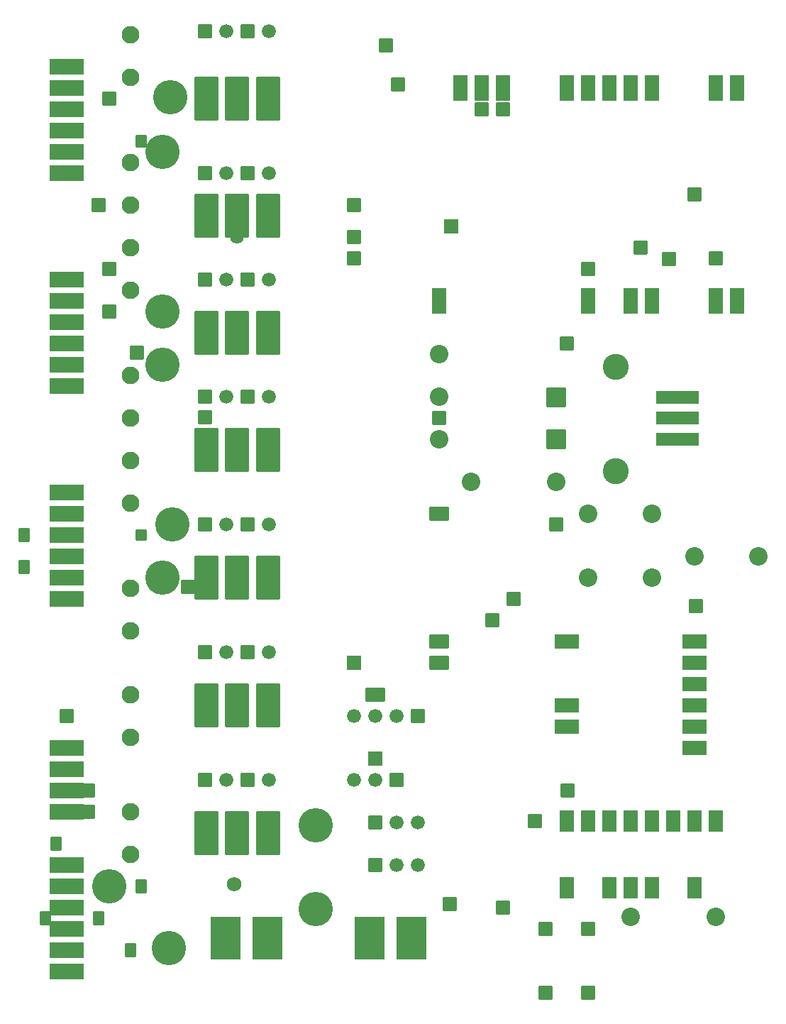
<source format=gbs>
G04 Layer: BottomSolderMaskLayer*
G04 EasyEDA v6.5.22, 2022-11-10 15:31:46*
G04 b7be4e29126e4417a89479274d17f270,4d866ca34c7e4626bfa8f39187415ab3,10*
G04 Gerber Generator version 0.2*
G04 Scale: 100 percent, Rotated: No, Reflected: No *
G04 Dimensions in millimeters *
G04 leading zeros omitted , absolute positions ,4 integer and 5 decimal *
%FSLAX45Y45*%
%MOMM*%

%AMMACRO1*1,1,$1,$2,$3*1,1,$1,$4,$5*1,1,$1,0-$2,0-$3*1,1,$1,0-$4,0-$5*20,1,$1,$2,$3,$4,$5,0*20,1,$1,$4,$5,0-$2,0-$3,0*20,1,$1,0-$2,0-$3,0-$4,0-$5,0*20,1,$1,0-$4,0-$5,$2,$3,0*4,1,4,$2,$3,$4,$5,0-$2,0-$3,0-$4,0-$5,$2,$3,0*%
%ADD10C,4.1020*%
%ADD11MACRO1,0.102X0.8X1.25X0.8X-1.25*%
%ADD12MACRO1,0.102X-1.1X-1.1X-1.1X1.1*%
%ADD13MACRO1,0.102X-2.5X-0.75X-2.5X0.75*%
%ADD14C,3.1020*%
%ADD15C,2.2032*%
%ADD16MACRO1,0.102X0.7875X0.7875X0.7875X-0.7875*%
%ADD17C,1.6770*%
%ADD18MACRO1,0.102X2X0.85X2X-0.85*%
%ADD19MACRO1,0.1016X2X0.85X2X-0.85*%
%ADD20MACRO1,0.102X-2X-0.85X-2X0.85*%
%ADD21MACRO1,0.102X0.7875X-0.7875X-0.7875X-0.7875*%
%ADD22MACRO1,0.102X-0.7875X0.7875X0.7875X0.7875*%
%ADD23MACRO1,0.102X-0.8X-0.8X-0.8X0.8*%
%ADD24MACRO1,0.204X1.35X-2.5X-1.35X-2.5*%
%ADD25MACRO1,0.2032X1.35X-2.5X-1.35X-2.5*%
%ADD26MACRO1,0.102X-1.4X0.8X1.4X0.8*%
%ADD27C,2.1020*%
%ADD28MACRO1,0.102X-1.75X2.5X1.75X2.5*%
%ADD29MACRO1,0.102X1.75X-2.5X-1.75X-2.5*%
%ADD30MACRO1,0.102X-1.1X0.8X1.1X0.8*%
%ADD31MACRO1,0.102X0.8X1.5X0.8X-1.5*%
%ADD32R,1.7020X1.7020*%
%ADD33MACRO1,0.102X0.8X0.8X0.8X-0.8*%
%ADD34MACRO1,0.102X-0.8X0.8X0.8X0.8*%
%ADD35MACRO1,0.102X-0.6X0.8X0.6X0.8*%
%ADD36MACRO1,0.102X-0.6X0.6X0.6X0.6*%
%ADD37MACRO1,0.102X-0.6X0.7X0.6X0.7*%
%ADD38C,1.6256*%
%ADD39MACRO1,0.102X-0.762X0.762X0.762X0.762*%
%ADD40MACRO1,0.2032X0.75X0.75X0.75X-0.75*%
%ADD41C,1.7272*%
%ADD42C,0.0138*%

%LPD*%
D10*
G01*
X-1981200Y-5737199D03*
G01*
X-1983206Y-4735195D03*
D11*
G01*
X2794000Y-4686554D03*
G01*
X2540000Y-4686554D03*
G01*
X1270000Y-4686554D03*
G01*
X1016000Y-4686554D03*
G01*
X2286000Y-4686554D03*
G01*
X2032000Y-4686554D03*
G01*
X1524000Y-4686554D03*
G01*
X1778000Y-4686554D03*
G01*
X1016000Y-5480559D03*
G01*
X1524000Y-5480559D03*
G01*
X1778000Y-5480559D03*
G01*
X2032000Y-5480559D03*
G01*
X2540000Y-5480559D03*
D12*
G01*
X888992Y-130558D03*
G01*
X888992Y369440D03*
D13*
G01*
X2338989Y-130559D03*
G01*
X2338989Y119452D03*
G01*
X2338989Y369439D03*
D14*
G01*
X1600200Y-511555D03*
G01*
X1600174Y733044D03*
D15*
G01*
X-127000Y-638555D03*
G01*
X889000Y-638555D03*
D16*
G01*
X-3301987Y4737100D03*
D17*
G01*
X-3047974Y4737100D03*
D16*
G01*
X-3301994Y1774441D03*
D17*
G01*
X-3048000Y1774444D03*
D16*
G01*
X-3301994Y-1146558D03*
D17*
G01*
X-3048000Y-1146555D03*
D16*
G01*
X-3301994Y-4194558D03*
D17*
G01*
X-3048000Y-4194555D03*
D16*
G01*
X-3301987Y3048002D03*
D17*
G01*
X-3048000Y3048000D03*
D16*
G01*
X-3301994Y-2670558D03*
D17*
G01*
X-3048000Y-2670555D03*
D16*
G01*
X-3301994Y377441D03*
D17*
G01*
X-3048000Y377444D03*
D16*
G01*
X-2793994Y4737089D03*
D17*
G01*
X-2540000Y4737100D03*
D16*
G01*
X-2793994Y1774441D03*
D17*
G01*
X-2540000Y1774444D03*
D16*
G01*
X-2793994Y-1146558D03*
D17*
G01*
X-2540000Y-1146555D03*
D16*
G01*
X-2793994Y-4194558D03*
D17*
G01*
X-2540000Y-4194555D03*
D16*
G01*
X-2793994Y3044441D03*
D17*
G01*
X-2540000Y3044444D03*
D16*
G01*
X-2793994Y-2670558D03*
D17*
G01*
X-2540000Y-2670555D03*
D16*
G01*
X-2793994Y377441D03*
D17*
G01*
X-2540000Y377444D03*
D18*
G01*
X-4952994Y3044440D03*
G01*
X-4952994Y3298440D03*
G01*
X-4952994Y3552440D03*
G01*
X-4952994Y3806440D03*
G01*
X-4952994Y4060440D03*
D19*
G01*
X-4952994Y4314440D03*
D18*
G01*
X-4952994Y504440D03*
G01*
X-4952994Y758440D03*
G01*
X-4952994Y1012440D03*
G01*
X-4952994Y1266440D03*
G01*
X-4952994Y1520440D03*
G01*
X-4952994Y1774440D03*
G01*
X-4952994Y-2035557D03*
G01*
X-4952994Y-1781557D03*
G01*
X-4952994Y-1527557D03*
G01*
X-4952994Y-1273557D03*
G01*
X-4952994Y-1019557D03*
G01*
X-4952994Y-765557D03*
D20*
G01*
X-4952994Y-5210549D03*
G01*
X-4952994Y-5464549D03*
G01*
X-4952994Y-5718549D03*
G01*
X-4952994Y-5972549D03*
G01*
X-4952994Y-6226549D03*
G01*
X-4952994Y-6480549D03*
G01*
X-4952994Y-4575552D03*
G01*
X-4952994Y-4321552D03*
G01*
X-4952994Y-4067552D03*
G01*
X-4952994Y-3813552D03*
D21*
G01*
X-761989Y-3429000D03*
D17*
G01*
X-1015974Y-3429000D03*
G01*
X-1269974Y-3429000D03*
G01*
X-1523974Y-3429000D03*
G01*
X-1524000Y-4194555D03*
G01*
X-1270000Y-4194555D03*
D21*
G01*
X-1016002Y-4194550D03*
D17*
G01*
X-761974Y-5207000D03*
G01*
X-1015974Y-5207000D03*
D22*
G01*
X-1269989Y-5207000D03*
D17*
G01*
X-761974Y-4699000D03*
G01*
X-1015974Y-4699000D03*
D22*
G01*
X-1269989Y-4699000D03*
D23*
G01*
X761984Y-6730972D03*
G01*
X1269984Y-6730972D03*
G01*
X1269984Y-5968972D03*
G01*
X761984Y-5968972D03*
D24*
G01*
X-2552693Y3933466D03*
G01*
X-3289293Y3933466D03*
G01*
X-2920993Y3933466D03*
G01*
X-2552693Y1139492D03*
G01*
X-3289293Y1139492D03*
G01*
X-2920993Y1139492D03*
G01*
X-2552693Y-1781558D03*
G01*
X-3289293Y-1781558D03*
G01*
X-2920993Y-1781558D03*
G01*
X-2552693Y-4829558D03*
G01*
X-3289293Y-4829558D03*
G01*
X-2920993Y-4829558D03*
G01*
X-2552693Y2536441D03*
G01*
X-3289293Y2536441D03*
G01*
X-2920993Y2536441D03*
D25*
G01*
X-2552693Y-3305558D03*
G01*
X-3289293Y-3305558D03*
G01*
X-2920993Y-3305558D03*
D24*
G01*
X-2552693Y-257609D03*
G01*
X-3289293Y-257609D03*
G01*
X-2920993Y-257609D03*
D15*
G01*
X1270000Y-1781555D03*
G01*
X1270000Y-1019555D03*
G01*
X2032000Y-1781555D03*
G01*
X2032000Y-1019555D03*
G01*
X2540000Y-1524000D03*
G01*
X3302000Y-1524000D03*
D26*
G01*
X2539997Y-3810000D03*
G01*
X2539997Y-3556000D03*
G01*
X2539997Y-3302000D03*
G01*
X2539997Y-3048000D03*
G01*
X2539997Y-2794000D03*
G01*
X2539997Y-2540000D03*
G01*
X1016000Y-2540000D03*
G01*
X1016000Y-3302000D03*
G01*
X1016000Y-3556000D03*
D27*
G01*
X-4191000Y4691887D03*
G01*
X-4191000Y4191000D03*
G01*
X-4191000Y2151887D03*
G01*
X-4191000Y1651000D03*
G01*
X-4191000Y-388112D03*
G01*
X-4191000Y-889000D03*
G01*
X-4191000Y-5080000D03*
G01*
X-4191000Y-4579112D03*
G01*
X-4191000Y3167887D03*
G01*
X-4191000Y2667000D03*
G01*
X-4191000Y627887D03*
G01*
X-4191000Y127000D03*
G01*
X-4191000Y-1912112D03*
G01*
X-4191000Y-2413000D03*
G01*
X-4191000Y-3683000D03*
G01*
X-4191000Y-3182112D03*
D28*
G01*
X-1342640Y-6083274D03*
G01*
X-841754Y-6083274D03*
D29*
G01*
X-2556252Y-6083300D03*
G01*
X-3057137Y-6083300D03*
D30*
G01*
X-507992Y-2797556D03*
G01*
X-507992Y-2543556D03*
G01*
X-507992Y-1019556D03*
D15*
G01*
X2794000Y-5829300D03*
G01*
X1778000Y-5829300D03*
G01*
X-508000Y-130555D03*
G01*
X-508000Y377444D03*
G01*
X-508000Y885444D03*
D31*
G01*
X3047974Y4060342D03*
G01*
X2793974Y4060342D03*
G01*
X2031974Y4060342D03*
G01*
X1777974Y4060342D03*
G01*
X1523974Y4060342D03*
G01*
X1269974Y4060342D03*
G01*
X1015974Y4060342D03*
G01*
X253974Y4060342D03*
G01*
X-25Y4060342D03*
G01*
X-254025Y4060342D03*
G01*
X3047974Y1520342D03*
G01*
X2793974Y1520342D03*
G01*
X2031974Y1520342D03*
G01*
X1777974Y1520342D03*
G01*
X1269974Y1520342D03*
G01*
X-508025Y1520342D03*
D32*
G01*
X-1270000Y-3940555D03*
D33*
G01*
X-1524005Y2666987D03*
G01*
X-4444997Y1901436D03*
G01*
X1269992Y1901436D03*
G01*
X126984Y-2289548D03*
G01*
X-1000005Y4099984D03*
G01*
X-3301994Y130629D03*
G01*
X-508005Y123441D03*
G01*
X253994Y-5714984D03*
D32*
G01*
X-1524000Y-2797555D03*
D33*
G01*
X635007Y-4686297D03*
D32*
G01*
X-368300Y2413000D03*
D33*
G01*
X380994Y-2035556D03*
D30*
G01*
X-1269994Y-3178558D03*
D34*
G01*
X2539989Y2790436D03*
G01*
X1892289Y2158987D03*
G01*
X1015992Y1012438D03*
G01*
X-4444997Y3933426D03*
G01*
X-4445002Y1393436D03*
D35*
G01*
X-5460994Y-1654553D03*
G01*
X-5460994Y-1273556D03*
D36*
G01*
X-4063997Y-1273555D03*
D35*
G01*
X-4063997Y-5464538D03*
G01*
X-4571994Y-5845535D03*
G01*
X-5206994Y-5845538D03*
D34*
G01*
X889005Y-1146558D03*
D10*
G01*
X-3721100Y3949700D03*
G01*
X-3810000Y3298444D03*
G01*
X-3810000Y1393444D03*
G01*
X-3810000Y758444D03*
G01*
X-3695700Y-1143000D03*
G01*
X-3810000Y-1781555D03*
G01*
X-3733800Y-6197600D03*
G01*
X-4445000Y-5464555D03*
D35*
G01*
X-5079994Y-4956538D03*
G01*
X-4190997Y-6226535D03*
D37*
G01*
X-4063997Y3425433D03*
D34*
G01*
X-4698994Y-4321550D03*
G01*
X-4698994Y-4575550D03*
G01*
X-4952994Y-3432550D03*
G01*
X2235184Y2019287D03*
G01*
X-1524002Y2028436D03*
G01*
X2793984Y2031987D03*
D33*
G01*
X-4571997Y2666994D03*
D38*
G01*
X-2921000Y2286000D03*
D39*
G01*
X-1523997Y2285994D03*
D34*
G01*
X-1142997Y4571989D03*
D40*
G01*
X1Y3809991D03*
G01*
X254001Y3809991D03*
D34*
G01*
X-4114792Y901697D03*
G01*
X-3505192Y-1892297D03*
G01*
X2552694Y-2120894D03*
G01*
X1024105Y-4317992D03*
G01*
X-381000Y-5676889D03*
D41*
G01*
X-2959100Y-5435600D03*
M02*

</source>
